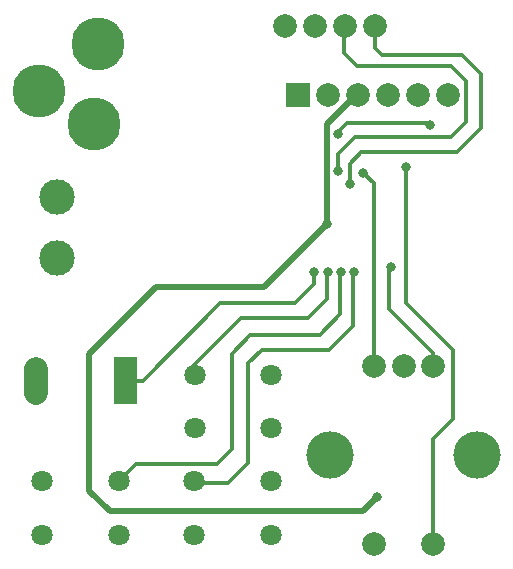
<source format=gbr>
%FSLAX34Y34*%
%MOMM*%
%LNCOPPER_TOP*%
G71*
G01*
%ADD10C,4.500*%
%ADD11C,3.000*%
%ADD12C,2.000*%
%ADD13C,4.000*%
%ADD14C,2.000*%
%ADD15C,0.810*%
%ADD16C,0.500*%
%ADD17C,0.300*%
%ADD18C,1.800*%
%LPD*%
X80486Y375347D02*
G54D10*
D03*
X83661Y443609D02*
G54D10*
D03*
X48956Y262092D02*
G54D11*
D03*
X48956Y314092D02*
G54D11*
D03*
X33651Y403582D02*
G54D10*
D03*
X367517Y170289D02*
G54D12*
D03*
X317517Y170289D02*
G54D12*
D03*
X342517Y170289D02*
G54D12*
D03*
X367517Y20289D02*
G54D12*
D03*
X317517Y20289D02*
G54D12*
D03*
X405018Y95289D02*
G54D13*
D03*
X280018Y95289D02*
G54D13*
D03*
G54D14*
X31058Y168141D02*
X31058Y148141D01*
G36*
X117057Y178141D02*
X117057Y138141D01*
X97057Y138141D01*
X97057Y178141D01*
X117057Y178141D01*
G37*
X318254Y458963D02*
G54D12*
D03*
X292854Y458963D02*
G54D12*
D03*
X267454Y458963D02*
G54D12*
D03*
X242055Y458962D02*
G54D12*
D03*
G36*
X243180Y390214D02*
X243180Y410214D01*
X263180Y410214D01*
X263180Y390214D01*
X243180Y390214D01*
G37*
X278579Y400214D02*
G54D12*
D03*
X303980Y400213D02*
G54D12*
D03*
X329380Y400213D02*
G54D12*
D03*
X354780Y400213D02*
G54D12*
D03*
X380180Y400213D02*
G54D12*
D03*
X277246Y290580D02*
G54D15*
D03*
X286771Y367177D02*
G54D15*
D03*
X364558Y374718D02*
G54D15*
D03*
G54D16*
X277246Y289786D02*
X277246Y375464D01*
X301995Y400213D01*
X287338Y335741D02*
G54D15*
D03*
X296864Y324628D02*
G54D15*
D03*
G54D17*
X286771Y367177D02*
X286771Y368749D01*
X294531Y376509D01*
X362768Y376509D01*
X364558Y374718D01*
G54D17*
X296864Y324628D02*
X296864Y342091D01*
X306388Y351616D01*
X387351Y351616D01*
X407988Y372254D01*
X407988Y418291D01*
X392114Y434166D01*
X323851Y434166D01*
X318254Y439762D01*
X318254Y458963D01*
G54D17*
X287338Y335741D02*
X287338Y350028D01*
X301626Y364316D01*
X382588Y364316D01*
X395288Y377016D01*
X395288Y411941D01*
X382588Y424641D01*
X303214Y424641D01*
X292101Y435754D01*
X292101Y458209D01*
X292854Y458963D01*
X308247Y334509D02*
G54D15*
D03*
X344759Y339272D02*
G54D15*
D03*
X266972Y250372D02*
G54D15*
D03*
X278084Y250372D02*
G54D15*
D03*
X289197Y250372D02*
G54D15*
D03*
X300309Y250372D02*
G54D15*
D03*
X331788Y254778D02*
G54D15*
D03*
G54D17*
X317517Y170289D02*
X317517Y325239D01*
X308247Y334509D01*
X320061Y59803D02*
G54D15*
D03*
X101537Y73010D02*
G54D18*
D03*
X36513Y73010D02*
G54D18*
D03*
X36513Y28001D02*
G54D18*
D03*
X101537Y28002D02*
G54D18*
D03*
X165100Y73010D02*
G54D18*
D03*
X230124Y73010D02*
G54D18*
D03*
X230124Y28001D02*
G54D18*
D03*
X165101Y28002D02*
G54D18*
D03*
X165562Y163468D02*
G54D18*
D03*
X230586Y163468D02*
G54D18*
D03*
X230586Y118459D02*
G54D18*
D03*
X165562Y118460D02*
G54D18*
D03*
G54D17*
X165100Y71422D02*
X193659Y71422D01*
X211138Y88901D01*
X211138Y173038D01*
X222250Y184151D01*
X279400Y184151D01*
X300038Y204788D01*
X300038Y250100D01*
X300309Y250372D01*
G54D17*
X101537Y73010D02*
X101584Y73010D01*
X115888Y87314D01*
X184150Y87314D01*
X196850Y100014D01*
X196850Y180976D01*
X212725Y196851D01*
X271462Y196851D01*
X288925Y214314D01*
X288925Y250100D01*
X289197Y250372D01*
G54D17*
X163974Y163468D02*
X163974Y170325D01*
X204788Y211138D01*
X261938Y211138D01*
X277812Y227014D01*
X277812Y250100D01*
X278084Y250372D01*
G54D17*
X107057Y158141D02*
X121627Y158141D01*
X187325Y223838D01*
X250825Y223838D01*
X266700Y239714D01*
X266700Y250100D01*
X266972Y250372D01*
G54D16*
X277246Y290580D02*
X224557Y237892D01*
X133116Y237892D01*
X76200Y180976D01*
X76200Y65088D01*
X93662Y47626D01*
X307885Y47626D01*
X320061Y59803D01*
G54D17*
X367517Y170289D02*
X367517Y181759D01*
X330200Y219076D01*
X330200Y253190D01*
X331788Y254778D01*
G54D17*
X367517Y20289D02*
X367517Y108756D01*
X384175Y125414D01*
X384175Y184151D01*
X344488Y223838D01*
X344488Y339000D01*
X344759Y339272D01*
M02*

</source>
